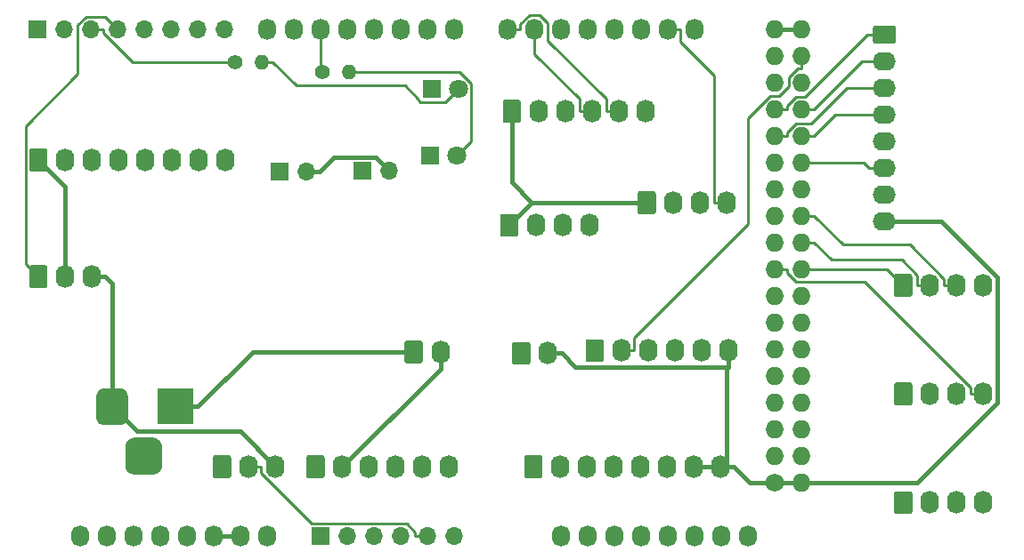
<source format=gbr>
G04 #@! TF.GenerationSoftware,KiCad,Pcbnew,(5.1.5-0-10_14)*
G04 #@! TF.CreationDate,2021-10-24T15:35:04+10:00*
G04 #@! TF.ProjectId,Hornet Forward Output Shield,486f726e-6574-4204-966f-727761726420,rev?*
G04 #@! TF.SameCoordinates,Original*
G04 #@! TF.FileFunction,Copper,L1,Top*
G04 #@! TF.FilePolarity,Positive*
%FSLAX46Y46*%
G04 Gerber Fmt 4.6, Leading zero omitted, Abs format (unit mm)*
G04 Created by KiCad (PCBNEW (5.1.5-0-10_14)) date 2021-10-24 15:35:04*
%MOMM*%
%LPD*%
G04 APERTURE LIST*
%ADD10O,1.740000X2.200000*%
%ADD11C,0.100000*%
%ADD12R,3.500000X3.500000*%
%ADD13O,1.700000X1.700000*%
%ADD14R,1.700000X1.700000*%
%ADD15O,2.200000X1.740000*%
%ADD16C,1.400000*%
%ADD17O,1.400000X1.400000*%
%ADD18C,1.800000*%
%ADD19R,1.800000X1.800000*%
%ADD20C,1.727200*%
%ADD21O,1.727200X1.727200*%
%ADD22O,1.727200X2.032000*%
%ADD23C,0.450000*%
%ADD24C,0.250000*%
G04 APERTURE END LIST*
D10*
X149860000Y-112522000D03*
X147320000Y-112522000D03*
G04 #@! TA.AperFunction,ComponentPad*
D11*
G36*
X145424505Y-111423204D02*
G01*
X145448773Y-111426804D01*
X145472572Y-111432765D01*
X145495671Y-111441030D01*
X145517850Y-111451520D01*
X145538893Y-111464132D01*
X145558599Y-111478747D01*
X145576777Y-111495223D01*
X145593253Y-111513401D01*
X145607868Y-111533107D01*
X145620480Y-111554150D01*
X145630970Y-111576329D01*
X145639235Y-111599428D01*
X145645196Y-111623227D01*
X145648796Y-111647495D01*
X145650000Y-111671999D01*
X145650000Y-113372001D01*
X145648796Y-113396505D01*
X145645196Y-113420773D01*
X145639235Y-113444572D01*
X145630970Y-113467671D01*
X145620480Y-113489850D01*
X145607868Y-113510893D01*
X145593253Y-113530599D01*
X145576777Y-113548777D01*
X145558599Y-113565253D01*
X145538893Y-113579868D01*
X145517850Y-113592480D01*
X145495671Y-113602970D01*
X145472572Y-113611235D01*
X145448773Y-113617196D01*
X145424505Y-113620796D01*
X145400001Y-113622000D01*
X144159999Y-113622000D01*
X144135495Y-113620796D01*
X144111227Y-113617196D01*
X144087428Y-113611235D01*
X144064329Y-113602970D01*
X144042150Y-113592480D01*
X144021107Y-113579868D01*
X144001401Y-113565253D01*
X143983223Y-113548777D01*
X143966747Y-113530599D01*
X143952132Y-113510893D01*
X143939520Y-113489850D01*
X143929030Y-113467671D01*
X143920765Y-113444572D01*
X143914804Y-113420773D01*
X143911204Y-113396505D01*
X143910000Y-113372001D01*
X143910000Y-111671999D01*
X143911204Y-111647495D01*
X143914804Y-111623227D01*
X143920765Y-111599428D01*
X143929030Y-111576329D01*
X143939520Y-111554150D01*
X143952132Y-111533107D01*
X143966747Y-111513401D01*
X143983223Y-111495223D01*
X144001401Y-111478747D01*
X144021107Y-111464132D01*
X144042150Y-111451520D01*
X144064329Y-111441030D01*
X144087428Y-111432765D01*
X144111227Y-111426804D01*
X144135495Y-111423204D01*
X144159999Y-111422000D01*
X145400001Y-111422000D01*
X145424505Y-111423204D01*
G37*
G04 #@! TD.AperFunction*
D10*
X166370000Y-112522000D03*
X163830000Y-112522000D03*
X161290000Y-112522000D03*
X158750000Y-112522000D03*
X156210000Y-112522000D03*
G04 #@! TA.AperFunction,ComponentPad*
D11*
G36*
X154314505Y-111423204D02*
G01*
X154338773Y-111426804D01*
X154362572Y-111432765D01*
X154385671Y-111441030D01*
X154407850Y-111451520D01*
X154428893Y-111464132D01*
X154448599Y-111478747D01*
X154466777Y-111495223D01*
X154483253Y-111513401D01*
X154497868Y-111533107D01*
X154510480Y-111554150D01*
X154520970Y-111576329D01*
X154529235Y-111599428D01*
X154535196Y-111623227D01*
X154538796Y-111647495D01*
X154540000Y-111671999D01*
X154540000Y-113372001D01*
X154538796Y-113396505D01*
X154535196Y-113420773D01*
X154529235Y-113444572D01*
X154520970Y-113467671D01*
X154510480Y-113489850D01*
X154497868Y-113510893D01*
X154483253Y-113530599D01*
X154466777Y-113548777D01*
X154448599Y-113565253D01*
X154428893Y-113579868D01*
X154407850Y-113592480D01*
X154385671Y-113602970D01*
X154362572Y-113611235D01*
X154338773Y-113617196D01*
X154314505Y-113620796D01*
X154290001Y-113622000D01*
X153049999Y-113622000D01*
X153025495Y-113620796D01*
X153001227Y-113617196D01*
X152977428Y-113611235D01*
X152954329Y-113602970D01*
X152932150Y-113592480D01*
X152911107Y-113579868D01*
X152891401Y-113565253D01*
X152873223Y-113548777D01*
X152856747Y-113530599D01*
X152842132Y-113510893D01*
X152829520Y-113489850D01*
X152819030Y-113467671D01*
X152810765Y-113444572D01*
X152804804Y-113420773D01*
X152801204Y-113396505D01*
X152800000Y-113372001D01*
X152800000Y-111671999D01*
X152801204Y-111647495D01*
X152804804Y-111623227D01*
X152810765Y-111599428D01*
X152819030Y-111576329D01*
X152829520Y-111554150D01*
X152842132Y-111533107D01*
X152856747Y-111513401D01*
X152873223Y-111495223D01*
X152891401Y-111478747D01*
X152911107Y-111464132D01*
X152932150Y-111451520D01*
X152954329Y-111441030D01*
X152977428Y-111432765D01*
X153001227Y-111426804D01*
X153025495Y-111423204D01*
X153049999Y-111422000D01*
X154290001Y-111422000D01*
X154314505Y-111423204D01*
G37*
G04 #@! TD.AperFunction*
D10*
X165544000Y-101600000D03*
G04 #@! TA.AperFunction,ComponentPad*
D11*
G36*
X163648505Y-100501204D02*
G01*
X163672773Y-100504804D01*
X163696572Y-100510765D01*
X163719671Y-100519030D01*
X163741850Y-100529520D01*
X163762893Y-100542132D01*
X163782599Y-100556747D01*
X163800777Y-100573223D01*
X163817253Y-100591401D01*
X163831868Y-100611107D01*
X163844480Y-100632150D01*
X163854970Y-100654329D01*
X163863235Y-100677428D01*
X163869196Y-100701227D01*
X163872796Y-100725495D01*
X163874000Y-100749999D01*
X163874000Y-102450001D01*
X163872796Y-102474505D01*
X163869196Y-102498773D01*
X163863235Y-102522572D01*
X163854970Y-102545671D01*
X163844480Y-102567850D01*
X163831868Y-102588893D01*
X163817253Y-102608599D01*
X163800777Y-102626777D01*
X163782599Y-102643253D01*
X163762893Y-102657868D01*
X163741850Y-102670480D01*
X163719671Y-102680970D01*
X163696572Y-102689235D01*
X163672773Y-102695196D01*
X163648505Y-102698796D01*
X163624001Y-102700000D01*
X162383999Y-102700000D01*
X162359495Y-102698796D01*
X162335227Y-102695196D01*
X162311428Y-102689235D01*
X162288329Y-102680970D01*
X162266150Y-102670480D01*
X162245107Y-102657868D01*
X162225401Y-102643253D01*
X162207223Y-102626777D01*
X162190747Y-102608599D01*
X162176132Y-102588893D01*
X162163520Y-102567850D01*
X162153030Y-102545671D01*
X162144765Y-102522572D01*
X162138804Y-102498773D01*
X162135204Y-102474505D01*
X162134000Y-102450001D01*
X162134000Y-100749999D01*
X162135204Y-100725495D01*
X162138804Y-100701227D01*
X162144765Y-100677428D01*
X162153030Y-100654329D01*
X162163520Y-100632150D01*
X162176132Y-100611107D01*
X162190747Y-100591401D01*
X162207223Y-100573223D01*
X162225401Y-100556747D01*
X162245107Y-100542132D01*
X162266150Y-100529520D01*
X162288329Y-100519030D01*
X162311428Y-100510765D01*
X162335227Y-100504804D01*
X162359495Y-100501204D01*
X162383999Y-100500000D01*
X163624001Y-100500000D01*
X163648505Y-100501204D01*
G37*
G04 #@! TD.AperFunction*
D10*
X145098000Y-83312000D03*
X142558000Y-83312000D03*
X140018000Y-83312000D03*
X137478000Y-83312000D03*
X134938000Y-83312000D03*
X132398000Y-83312000D03*
X129858000Y-83312000D03*
G04 #@! TA.AperFunction,ComponentPad*
D11*
G36*
X127962505Y-82213204D02*
G01*
X127986773Y-82216804D01*
X128010572Y-82222765D01*
X128033671Y-82231030D01*
X128055850Y-82241520D01*
X128076893Y-82254132D01*
X128096599Y-82268747D01*
X128114777Y-82285223D01*
X128131253Y-82303401D01*
X128145868Y-82323107D01*
X128158480Y-82344150D01*
X128168970Y-82366329D01*
X128177235Y-82389428D01*
X128183196Y-82413227D01*
X128186796Y-82437495D01*
X128188000Y-82461999D01*
X128188000Y-84162001D01*
X128186796Y-84186505D01*
X128183196Y-84210773D01*
X128177235Y-84234572D01*
X128168970Y-84257671D01*
X128158480Y-84279850D01*
X128145868Y-84300893D01*
X128131253Y-84320599D01*
X128114777Y-84338777D01*
X128096599Y-84355253D01*
X128076893Y-84369868D01*
X128055850Y-84382480D01*
X128033671Y-84392970D01*
X128010572Y-84401235D01*
X127986773Y-84407196D01*
X127962505Y-84410796D01*
X127938001Y-84412000D01*
X126697999Y-84412000D01*
X126673495Y-84410796D01*
X126649227Y-84407196D01*
X126625428Y-84401235D01*
X126602329Y-84392970D01*
X126580150Y-84382480D01*
X126559107Y-84369868D01*
X126539401Y-84355253D01*
X126521223Y-84338777D01*
X126504747Y-84320599D01*
X126490132Y-84300893D01*
X126477520Y-84279850D01*
X126467030Y-84257671D01*
X126458765Y-84234572D01*
X126452804Y-84210773D01*
X126449204Y-84186505D01*
X126448000Y-84162001D01*
X126448000Y-82461999D01*
X126449204Y-82437495D01*
X126452804Y-82413227D01*
X126458765Y-82389428D01*
X126467030Y-82366329D01*
X126477520Y-82344150D01*
X126490132Y-82323107D01*
X126504747Y-82303401D01*
X126521223Y-82285223D01*
X126539401Y-82268747D01*
X126559107Y-82254132D01*
X126580150Y-82241520D01*
X126602329Y-82231030D01*
X126625428Y-82222765D01*
X126649227Y-82216804D01*
X126673495Y-82213204D01*
X126697999Y-82212000D01*
X127938001Y-82212000D01*
X127962505Y-82213204D01*
G37*
G04 #@! TD.AperFunction*
G04 #@! TA.AperFunction,ComponentPad*
G36*
X138295765Y-109761213D02*
G01*
X138380704Y-109773813D01*
X138463999Y-109794677D01*
X138544848Y-109823605D01*
X138622472Y-109860319D01*
X138696124Y-109904464D01*
X138765094Y-109955616D01*
X138828718Y-110013282D01*
X138886384Y-110076906D01*
X138937536Y-110145876D01*
X138981681Y-110219528D01*
X139018395Y-110297152D01*
X139047323Y-110378001D01*
X139068187Y-110461296D01*
X139080787Y-110546235D01*
X139085000Y-110632000D01*
X139085000Y-112382000D01*
X139080787Y-112467765D01*
X139068187Y-112552704D01*
X139047323Y-112635999D01*
X139018395Y-112716848D01*
X138981681Y-112794472D01*
X138937536Y-112868124D01*
X138886384Y-112937094D01*
X138828718Y-113000718D01*
X138765094Y-113058384D01*
X138696124Y-113109536D01*
X138622472Y-113153681D01*
X138544848Y-113190395D01*
X138463999Y-113219323D01*
X138380704Y-113240187D01*
X138295765Y-113252787D01*
X138210000Y-113257000D01*
X136460000Y-113257000D01*
X136374235Y-113252787D01*
X136289296Y-113240187D01*
X136206001Y-113219323D01*
X136125152Y-113190395D01*
X136047528Y-113153681D01*
X135973876Y-113109536D01*
X135904906Y-113058384D01*
X135841282Y-113000718D01*
X135783616Y-112937094D01*
X135732464Y-112868124D01*
X135688319Y-112794472D01*
X135651605Y-112716848D01*
X135622677Y-112635999D01*
X135601813Y-112552704D01*
X135589213Y-112467765D01*
X135585000Y-112382000D01*
X135585000Y-110632000D01*
X135589213Y-110546235D01*
X135601813Y-110461296D01*
X135622677Y-110378001D01*
X135651605Y-110297152D01*
X135688319Y-110219528D01*
X135732464Y-110145876D01*
X135783616Y-110076906D01*
X135841282Y-110013282D01*
X135904906Y-109955616D01*
X135973876Y-109904464D01*
X136047528Y-109860319D01*
X136125152Y-109823605D01*
X136206001Y-109794677D01*
X136289296Y-109773813D01*
X136374235Y-109761213D01*
X136460000Y-109757000D01*
X138210000Y-109757000D01*
X138295765Y-109761213D01*
G37*
G04 #@! TD.AperFunction*
G04 #@! TA.AperFunction,ComponentPad*
G36*
X135158513Y-105060611D02*
G01*
X135231318Y-105071411D01*
X135302714Y-105089295D01*
X135372013Y-105114090D01*
X135438548Y-105145559D01*
X135501678Y-105183398D01*
X135560795Y-105227242D01*
X135615330Y-105276670D01*
X135664758Y-105331205D01*
X135708602Y-105390322D01*
X135746441Y-105453452D01*
X135777910Y-105519987D01*
X135802705Y-105589286D01*
X135820589Y-105660682D01*
X135831389Y-105733487D01*
X135835000Y-105807000D01*
X135835000Y-107807000D01*
X135831389Y-107880513D01*
X135820589Y-107953318D01*
X135802705Y-108024714D01*
X135777910Y-108094013D01*
X135746441Y-108160548D01*
X135708602Y-108223678D01*
X135664758Y-108282795D01*
X135615330Y-108337330D01*
X135560795Y-108386758D01*
X135501678Y-108430602D01*
X135438548Y-108468441D01*
X135372013Y-108499910D01*
X135302714Y-108524705D01*
X135231318Y-108542589D01*
X135158513Y-108553389D01*
X135085000Y-108557000D01*
X133585000Y-108557000D01*
X133511487Y-108553389D01*
X133438682Y-108542589D01*
X133367286Y-108524705D01*
X133297987Y-108499910D01*
X133231452Y-108468441D01*
X133168322Y-108430602D01*
X133109205Y-108386758D01*
X133054670Y-108337330D01*
X133005242Y-108282795D01*
X132961398Y-108223678D01*
X132923559Y-108160548D01*
X132892090Y-108094013D01*
X132867295Y-108024714D01*
X132849411Y-107953318D01*
X132838611Y-107880513D01*
X132835000Y-107807000D01*
X132835000Y-105807000D01*
X132838611Y-105733487D01*
X132849411Y-105660682D01*
X132867295Y-105589286D01*
X132892090Y-105519987D01*
X132923559Y-105453452D01*
X132961398Y-105390322D01*
X133005242Y-105331205D01*
X133054670Y-105276670D01*
X133109205Y-105227242D01*
X133168322Y-105183398D01*
X133231452Y-105145559D01*
X133297987Y-105114090D01*
X133367286Y-105089295D01*
X133438682Y-105071411D01*
X133511487Y-105060611D01*
X133585000Y-105057000D01*
X135085000Y-105057000D01*
X135158513Y-105060611D01*
G37*
G04 #@! TD.AperFunction*
D12*
X140335000Y-106807000D03*
D13*
X152781000Y-84455000D03*
D14*
X150241000Y-84455000D03*
D13*
X160655000Y-84328000D03*
D14*
X158115000Y-84328000D03*
D10*
X179705000Y-89535000D03*
X177165000Y-89535000D03*
X174625000Y-89535000D03*
G04 #@! TA.AperFunction,ComponentPad*
D11*
G36*
X172729505Y-88436204D02*
G01*
X172753773Y-88439804D01*
X172777572Y-88445765D01*
X172800671Y-88454030D01*
X172822850Y-88464520D01*
X172843893Y-88477132D01*
X172863599Y-88491747D01*
X172881777Y-88508223D01*
X172898253Y-88526401D01*
X172912868Y-88546107D01*
X172925480Y-88567150D01*
X172935970Y-88589329D01*
X172944235Y-88612428D01*
X172950196Y-88636227D01*
X172953796Y-88660495D01*
X172955000Y-88684999D01*
X172955000Y-90385001D01*
X172953796Y-90409505D01*
X172950196Y-90433773D01*
X172944235Y-90457572D01*
X172935970Y-90480671D01*
X172925480Y-90502850D01*
X172912868Y-90523893D01*
X172898253Y-90543599D01*
X172881777Y-90561777D01*
X172863599Y-90578253D01*
X172843893Y-90592868D01*
X172822850Y-90605480D01*
X172800671Y-90615970D01*
X172777572Y-90624235D01*
X172753773Y-90630196D01*
X172729505Y-90633796D01*
X172705001Y-90635000D01*
X171464999Y-90635000D01*
X171440495Y-90633796D01*
X171416227Y-90630196D01*
X171392428Y-90624235D01*
X171369329Y-90615970D01*
X171347150Y-90605480D01*
X171326107Y-90592868D01*
X171306401Y-90578253D01*
X171288223Y-90561777D01*
X171271747Y-90543599D01*
X171257132Y-90523893D01*
X171244520Y-90502850D01*
X171234030Y-90480671D01*
X171225765Y-90457572D01*
X171219804Y-90433773D01*
X171216204Y-90409505D01*
X171215000Y-90385001D01*
X171215000Y-88684999D01*
X171216204Y-88660495D01*
X171219804Y-88636227D01*
X171225765Y-88612428D01*
X171234030Y-88589329D01*
X171244520Y-88567150D01*
X171257132Y-88546107D01*
X171271747Y-88526401D01*
X171288223Y-88508223D01*
X171306401Y-88491747D01*
X171326107Y-88477132D01*
X171347150Y-88464520D01*
X171369329Y-88454030D01*
X171392428Y-88445765D01*
X171416227Y-88439804D01*
X171440495Y-88436204D01*
X171464999Y-88435000D01*
X172705001Y-88435000D01*
X172729505Y-88436204D01*
G37*
G04 #@! TD.AperFunction*
D10*
X192786000Y-87376000D03*
X190246000Y-87376000D03*
X187706000Y-87376000D03*
G04 #@! TA.AperFunction,ComponentPad*
D11*
G36*
X185810505Y-86277204D02*
G01*
X185834773Y-86280804D01*
X185858572Y-86286765D01*
X185881671Y-86295030D01*
X185903850Y-86305520D01*
X185924893Y-86318132D01*
X185944599Y-86332747D01*
X185962777Y-86349223D01*
X185979253Y-86367401D01*
X185993868Y-86387107D01*
X186006480Y-86408150D01*
X186016970Y-86430329D01*
X186025235Y-86453428D01*
X186031196Y-86477227D01*
X186034796Y-86501495D01*
X186036000Y-86525999D01*
X186036000Y-88226001D01*
X186034796Y-88250505D01*
X186031196Y-88274773D01*
X186025235Y-88298572D01*
X186016970Y-88321671D01*
X186006480Y-88343850D01*
X185993868Y-88364893D01*
X185979253Y-88384599D01*
X185962777Y-88402777D01*
X185944599Y-88419253D01*
X185924893Y-88433868D01*
X185903850Y-88446480D01*
X185881671Y-88456970D01*
X185858572Y-88465235D01*
X185834773Y-88471196D01*
X185810505Y-88474796D01*
X185786001Y-88476000D01*
X184545999Y-88476000D01*
X184521495Y-88474796D01*
X184497227Y-88471196D01*
X184473428Y-88465235D01*
X184450329Y-88456970D01*
X184428150Y-88446480D01*
X184407107Y-88433868D01*
X184387401Y-88419253D01*
X184369223Y-88402777D01*
X184352747Y-88384599D01*
X184338132Y-88364893D01*
X184325520Y-88343850D01*
X184315030Y-88321671D01*
X184306765Y-88298572D01*
X184300804Y-88274773D01*
X184297204Y-88250505D01*
X184296000Y-88226001D01*
X184296000Y-86525999D01*
X184297204Y-86501495D01*
X184300804Y-86477227D01*
X184306765Y-86453428D01*
X184315030Y-86430329D01*
X184325520Y-86408150D01*
X184338132Y-86387107D01*
X184352747Y-86367401D01*
X184369223Y-86349223D01*
X184387401Y-86332747D01*
X184407107Y-86318132D01*
X184428150Y-86305520D01*
X184450329Y-86295030D01*
X184473428Y-86286765D01*
X184497227Y-86280804D01*
X184521495Y-86277204D01*
X184545999Y-86276000D01*
X185786001Y-86276000D01*
X185810505Y-86277204D01*
G37*
G04 #@! TD.AperFunction*
D10*
X192151000Y-112522000D03*
X189611000Y-112522000D03*
X187071000Y-112522000D03*
X184531000Y-112522000D03*
X181991000Y-112522000D03*
X179451000Y-112522000D03*
X176911000Y-112522000D03*
G04 #@! TA.AperFunction,ComponentPad*
D11*
G36*
X175015505Y-111423204D02*
G01*
X175039773Y-111426804D01*
X175063572Y-111432765D01*
X175086671Y-111441030D01*
X175108850Y-111451520D01*
X175129893Y-111464132D01*
X175149599Y-111478747D01*
X175167777Y-111495223D01*
X175184253Y-111513401D01*
X175198868Y-111533107D01*
X175211480Y-111554150D01*
X175221970Y-111576329D01*
X175230235Y-111599428D01*
X175236196Y-111623227D01*
X175239796Y-111647495D01*
X175241000Y-111671999D01*
X175241000Y-113372001D01*
X175239796Y-113396505D01*
X175236196Y-113420773D01*
X175230235Y-113444572D01*
X175221970Y-113467671D01*
X175211480Y-113489850D01*
X175198868Y-113510893D01*
X175184253Y-113530599D01*
X175167777Y-113548777D01*
X175149599Y-113565253D01*
X175129893Y-113579868D01*
X175108850Y-113592480D01*
X175086671Y-113602970D01*
X175063572Y-113611235D01*
X175039773Y-113617196D01*
X175015505Y-113620796D01*
X174991001Y-113622000D01*
X173750999Y-113622000D01*
X173726495Y-113620796D01*
X173702227Y-113617196D01*
X173678428Y-113611235D01*
X173655329Y-113602970D01*
X173633150Y-113592480D01*
X173612107Y-113579868D01*
X173592401Y-113565253D01*
X173574223Y-113548777D01*
X173557747Y-113530599D01*
X173543132Y-113510893D01*
X173530520Y-113489850D01*
X173520030Y-113467671D01*
X173511765Y-113444572D01*
X173505804Y-113420773D01*
X173502204Y-113396505D01*
X173501000Y-113372001D01*
X173501000Y-111671999D01*
X173502204Y-111647495D01*
X173505804Y-111623227D01*
X173511765Y-111599428D01*
X173520030Y-111576329D01*
X173530520Y-111554150D01*
X173543132Y-111533107D01*
X173557747Y-111513401D01*
X173574223Y-111495223D01*
X173592401Y-111478747D01*
X173612107Y-111464132D01*
X173633150Y-111451520D01*
X173655329Y-111441030D01*
X173678428Y-111432765D01*
X173702227Y-111426804D01*
X173726495Y-111423204D01*
X173750999Y-111422000D01*
X174991001Y-111422000D01*
X175015505Y-111423204D01*
G37*
G04 #@! TD.AperFunction*
D10*
X217170000Y-105600000D03*
X214630000Y-105600000D03*
X212090000Y-105600000D03*
G04 #@! TA.AperFunction,ComponentPad*
D11*
G36*
X210194505Y-104501204D02*
G01*
X210218773Y-104504804D01*
X210242572Y-104510765D01*
X210265671Y-104519030D01*
X210287850Y-104529520D01*
X210308893Y-104542132D01*
X210328599Y-104556747D01*
X210346777Y-104573223D01*
X210363253Y-104591401D01*
X210377868Y-104611107D01*
X210390480Y-104632150D01*
X210400970Y-104654329D01*
X210409235Y-104677428D01*
X210415196Y-104701227D01*
X210418796Y-104725495D01*
X210420000Y-104749999D01*
X210420000Y-106450001D01*
X210418796Y-106474505D01*
X210415196Y-106498773D01*
X210409235Y-106522572D01*
X210400970Y-106545671D01*
X210390480Y-106567850D01*
X210377868Y-106588893D01*
X210363253Y-106608599D01*
X210346777Y-106626777D01*
X210328599Y-106643253D01*
X210308893Y-106657868D01*
X210287850Y-106670480D01*
X210265671Y-106680970D01*
X210242572Y-106689235D01*
X210218773Y-106695196D01*
X210194505Y-106698796D01*
X210170001Y-106700000D01*
X208929999Y-106700000D01*
X208905495Y-106698796D01*
X208881227Y-106695196D01*
X208857428Y-106689235D01*
X208834329Y-106680970D01*
X208812150Y-106670480D01*
X208791107Y-106657868D01*
X208771401Y-106643253D01*
X208753223Y-106626777D01*
X208736747Y-106608599D01*
X208722132Y-106588893D01*
X208709520Y-106567850D01*
X208699030Y-106545671D01*
X208690765Y-106522572D01*
X208684804Y-106498773D01*
X208681204Y-106474505D01*
X208680000Y-106450001D01*
X208680000Y-104749999D01*
X208681204Y-104725495D01*
X208684804Y-104701227D01*
X208690765Y-104677428D01*
X208699030Y-104654329D01*
X208709520Y-104632150D01*
X208722132Y-104611107D01*
X208736747Y-104591401D01*
X208753223Y-104573223D01*
X208771401Y-104556747D01*
X208791107Y-104542132D01*
X208812150Y-104529520D01*
X208834329Y-104519030D01*
X208857428Y-104510765D01*
X208881227Y-104504804D01*
X208905495Y-104501204D01*
X208929999Y-104500000D01*
X210170001Y-104500000D01*
X210194505Y-104501204D01*
G37*
G04 #@! TD.AperFunction*
D10*
X217170000Y-115951000D03*
X214630000Y-115951000D03*
X212090000Y-115951000D03*
G04 #@! TA.AperFunction,ComponentPad*
D11*
G36*
X210194505Y-114852204D02*
G01*
X210218773Y-114855804D01*
X210242572Y-114861765D01*
X210265671Y-114870030D01*
X210287850Y-114880520D01*
X210308893Y-114893132D01*
X210328599Y-114907747D01*
X210346777Y-114924223D01*
X210363253Y-114942401D01*
X210377868Y-114962107D01*
X210390480Y-114983150D01*
X210400970Y-115005329D01*
X210409235Y-115028428D01*
X210415196Y-115052227D01*
X210418796Y-115076495D01*
X210420000Y-115100999D01*
X210420000Y-116801001D01*
X210418796Y-116825505D01*
X210415196Y-116849773D01*
X210409235Y-116873572D01*
X210400970Y-116896671D01*
X210390480Y-116918850D01*
X210377868Y-116939893D01*
X210363253Y-116959599D01*
X210346777Y-116977777D01*
X210328599Y-116994253D01*
X210308893Y-117008868D01*
X210287850Y-117021480D01*
X210265671Y-117031970D01*
X210242572Y-117040235D01*
X210218773Y-117046196D01*
X210194505Y-117049796D01*
X210170001Y-117051000D01*
X208929999Y-117051000D01*
X208905495Y-117049796D01*
X208881227Y-117046196D01*
X208857428Y-117040235D01*
X208834329Y-117031970D01*
X208812150Y-117021480D01*
X208791107Y-117008868D01*
X208771401Y-116994253D01*
X208753223Y-116977777D01*
X208736747Y-116959599D01*
X208722132Y-116939893D01*
X208709520Y-116918850D01*
X208699030Y-116896671D01*
X208690765Y-116873572D01*
X208684804Y-116849773D01*
X208681204Y-116825505D01*
X208680000Y-116801001D01*
X208680000Y-115100999D01*
X208681204Y-115076495D01*
X208684804Y-115052227D01*
X208690765Y-115028428D01*
X208699030Y-115005329D01*
X208709520Y-114983150D01*
X208722132Y-114962107D01*
X208736747Y-114942401D01*
X208753223Y-114924223D01*
X208771401Y-114907747D01*
X208791107Y-114893132D01*
X208812150Y-114880520D01*
X208834329Y-114870030D01*
X208857428Y-114861765D01*
X208881227Y-114855804D01*
X208905495Y-114852204D01*
X208929999Y-114851000D01*
X210170001Y-114851000D01*
X210194505Y-114852204D01*
G37*
G04 #@! TD.AperFunction*
D15*
X207772000Y-89154000D03*
X207772000Y-86614000D03*
X207772000Y-84074000D03*
X207772000Y-81534000D03*
X207772000Y-78994000D03*
X207772000Y-76454000D03*
X207772000Y-73914000D03*
G04 #@! TA.AperFunction,ComponentPad*
D11*
G36*
X208646505Y-70505204D02*
G01*
X208670773Y-70508804D01*
X208694572Y-70514765D01*
X208717671Y-70523030D01*
X208739850Y-70533520D01*
X208760893Y-70546132D01*
X208780599Y-70560747D01*
X208798777Y-70577223D01*
X208815253Y-70595401D01*
X208829868Y-70615107D01*
X208842480Y-70636150D01*
X208852970Y-70658329D01*
X208861235Y-70681428D01*
X208867196Y-70705227D01*
X208870796Y-70729495D01*
X208872000Y-70753999D01*
X208872000Y-71994001D01*
X208870796Y-72018505D01*
X208867196Y-72042773D01*
X208861235Y-72066572D01*
X208852970Y-72089671D01*
X208842480Y-72111850D01*
X208829868Y-72132893D01*
X208815253Y-72152599D01*
X208798777Y-72170777D01*
X208780599Y-72187253D01*
X208760893Y-72201868D01*
X208739850Y-72214480D01*
X208717671Y-72224970D01*
X208694572Y-72233235D01*
X208670773Y-72239196D01*
X208646505Y-72242796D01*
X208622001Y-72244000D01*
X206921999Y-72244000D01*
X206897495Y-72242796D01*
X206873227Y-72239196D01*
X206849428Y-72233235D01*
X206826329Y-72224970D01*
X206804150Y-72214480D01*
X206783107Y-72201868D01*
X206763401Y-72187253D01*
X206745223Y-72170777D01*
X206728747Y-72152599D01*
X206714132Y-72132893D01*
X206701520Y-72111850D01*
X206691030Y-72089671D01*
X206682765Y-72066572D01*
X206676804Y-72042773D01*
X206673204Y-72018505D01*
X206672000Y-71994001D01*
X206672000Y-70753999D01*
X206673204Y-70729495D01*
X206676804Y-70705227D01*
X206682765Y-70681428D01*
X206691030Y-70658329D01*
X206701520Y-70636150D01*
X206714132Y-70615107D01*
X206728747Y-70595401D01*
X206745223Y-70577223D01*
X206763401Y-70560747D01*
X206783107Y-70546132D01*
X206804150Y-70533520D01*
X206826329Y-70523030D01*
X206849428Y-70514765D01*
X206873227Y-70508804D01*
X206897495Y-70505204D01*
X206921999Y-70504000D01*
X208622001Y-70504000D01*
X208646505Y-70505204D01*
G37*
G04 #@! TD.AperFunction*
D10*
X217170000Y-95250000D03*
X214630000Y-95250000D03*
X212090000Y-95250000D03*
G04 #@! TA.AperFunction,ComponentPad*
D11*
G36*
X210194505Y-94151204D02*
G01*
X210218773Y-94154804D01*
X210242572Y-94160765D01*
X210265671Y-94169030D01*
X210287850Y-94179520D01*
X210308893Y-94192132D01*
X210328599Y-94206747D01*
X210346777Y-94223223D01*
X210363253Y-94241401D01*
X210377868Y-94261107D01*
X210390480Y-94282150D01*
X210400970Y-94304329D01*
X210409235Y-94327428D01*
X210415196Y-94351227D01*
X210418796Y-94375495D01*
X210420000Y-94399999D01*
X210420000Y-96100001D01*
X210418796Y-96124505D01*
X210415196Y-96148773D01*
X210409235Y-96172572D01*
X210400970Y-96195671D01*
X210390480Y-96217850D01*
X210377868Y-96238893D01*
X210363253Y-96258599D01*
X210346777Y-96276777D01*
X210328599Y-96293253D01*
X210308893Y-96307868D01*
X210287850Y-96320480D01*
X210265671Y-96330970D01*
X210242572Y-96339235D01*
X210218773Y-96345196D01*
X210194505Y-96348796D01*
X210170001Y-96350000D01*
X208929999Y-96350000D01*
X208905495Y-96348796D01*
X208881227Y-96345196D01*
X208857428Y-96339235D01*
X208834329Y-96330970D01*
X208812150Y-96320480D01*
X208791107Y-96307868D01*
X208771401Y-96293253D01*
X208753223Y-96276777D01*
X208736747Y-96258599D01*
X208722132Y-96238893D01*
X208709520Y-96217850D01*
X208699030Y-96195671D01*
X208690765Y-96172572D01*
X208684804Y-96148773D01*
X208681204Y-96124505D01*
X208680000Y-96100001D01*
X208680000Y-94399999D01*
X208681204Y-94375495D01*
X208684804Y-94351227D01*
X208690765Y-94327428D01*
X208699030Y-94304329D01*
X208709520Y-94282150D01*
X208722132Y-94261107D01*
X208736747Y-94241401D01*
X208753223Y-94223223D01*
X208771401Y-94206747D01*
X208791107Y-94192132D01*
X208812150Y-94179520D01*
X208834329Y-94169030D01*
X208857428Y-94160765D01*
X208881227Y-94154804D01*
X208905495Y-94151204D01*
X208929999Y-94150000D01*
X210170001Y-94150000D01*
X210194505Y-94151204D01*
G37*
G04 #@! TD.AperFunction*
D10*
X192913000Y-101473000D03*
X190373000Y-101473000D03*
X187833000Y-101473000D03*
X185293000Y-101473000D03*
X182753000Y-101473000D03*
G04 #@! TA.AperFunction,ComponentPad*
D11*
G36*
X180857505Y-100374204D02*
G01*
X180881773Y-100377804D01*
X180905572Y-100383765D01*
X180928671Y-100392030D01*
X180950850Y-100402520D01*
X180971893Y-100415132D01*
X180991599Y-100429747D01*
X181009777Y-100446223D01*
X181026253Y-100464401D01*
X181040868Y-100484107D01*
X181053480Y-100505150D01*
X181063970Y-100527329D01*
X181072235Y-100550428D01*
X181078196Y-100574227D01*
X181081796Y-100598495D01*
X181083000Y-100622999D01*
X181083000Y-102323001D01*
X181081796Y-102347505D01*
X181078196Y-102371773D01*
X181072235Y-102395572D01*
X181063970Y-102418671D01*
X181053480Y-102440850D01*
X181040868Y-102461893D01*
X181026253Y-102481599D01*
X181009777Y-102499777D01*
X180991599Y-102516253D01*
X180971893Y-102530868D01*
X180950850Y-102543480D01*
X180928671Y-102553970D01*
X180905572Y-102562235D01*
X180881773Y-102568196D01*
X180857505Y-102571796D01*
X180833001Y-102573000D01*
X179592999Y-102573000D01*
X179568495Y-102571796D01*
X179544227Y-102568196D01*
X179520428Y-102562235D01*
X179497329Y-102553970D01*
X179475150Y-102543480D01*
X179454107Y-102530868D01*
X179434401Y-102516253D01*
X179416223Y-102499777D01*
X179399747Y-102481599D01*
X179385132Y-102461893D01*
X179372520Y-102440850D01*
X179362030Y-102418671D01*
X179353765Y-102395572D01*
X179347804Y-102371773D01*
X179344204Y-102347505D01*
X179343000Y-102323001D01*
X179343000Y-100622999D01*
X179344204Y-100598495D01*
X179347804Y-100574227D01*
X179353765Y-100550428D01*
X179362030Y-100527329D01*
X179372520Y-100505150D01*
X179385132Y-100484107D01*
X179399747Y-100464401D01*
X179416223Y-100446223D01*
X179434401Y-100429747D01*
X179454107Y-100415132D01*
X179475150Y-100402520D01*
X179497329Y-100392030D01*
X179520428Y-100383765D01*
X179544227Y-100377804D01*
X179568495Y-100374204D01*
X179592999Y-100373000D01*
X180833001Y-100373000D01*
X180857505Y-100374204D01*
G37*
G04 #@! TD.AperFunction*
D10*
X132398000Y-94424500D03*
X129858000Y-94424500D03*
G04 #@! TA.AperFunction,ComponentPad*
D11*
G36*
X127962505Y-93325704D02*
G01*
X127986773Y-93329304D01*
X128010572Y-93335265D01*
X128033671Y-93343530D01*
X128055850Y-93354020D01*
X128076893Y-93366632D01*
X128096599Y-93381247D01*
X128114777Y-93397723D01*
X128131253Y-93415901D01*
X128145868Y-93435607D01*
X128158480Y-93456650D01*
X128168970Y-93478829D01*
X128177235Y-93501928D01*
X128183196Y-93525727D01*
X128186796Y-93549995D01*
X128188000Y-93574499D01*
X128188000Y-95274501D01*
X128186796Y-95299005D01*
X128183196Y-95323273D01*
X128177235Y-95347072D01*
X128168970Y-95370171D01*
X128158480Y-95392350D01*
X128145868Y-95413393D01*
X128131253Y-95433099D01*
X128114777Y-95451277D01*
X128096599Y-95467753D01*
X128076893Y-95482368D01*
X128055850Y-95494980D01*
X128033671Y-95505470D01*
X128010572Y-95513735D01*
X127986773Y-95519696D01*
X127962505Y-95523296D01*
X127938001Y-95524500D01*
X126697999Y-95524500D01*
X126673495Y-95523296D01*
X126649227Y-95519696D01*
X126625428Y-95513735D01*
X126602329Y-95505470D01*
X126580150Y-95494980D01*
X126559107Y-95482368D01*
X126539401Y-95467753D01*
X126521223Y-95451277D01*
X126504747Y-95433099D01*
X126490132Y-95413393D01*
X126477520Y-95392350D01*
X126467030Y-95370171D01*
X126458765Y-95347072D01*
X126452804Y-95323273D01*
X126449204Y-95299005D01*
X126448000Y-95274501D01*
X126448000Y-93574499D01*
X126449204Y-93549995D01*
X126452804Y-93525727D01*
X126458765Y-93501928D01*
X126467030Y-93478829D01*
X126477520Y-93456650D01*
X126490132Y-93435607D01*
X126504747Y-93415901D01*
X126521223Y-93397723D01*
X126539401Y-93381247D01*
X126559107Y-93366632D01*
X126580150Y-93354020D01*
X126602329Y-93343530D01*
X126625428Y-93335265D01*
X126649227Y-93329304D01*
X126673495Y-93325704D01*
X126697999Y-93324500D01*
X127938001Y-93324500D01*
X127962505Y-93325704D01*
G37*
G04 #@! TD.AperFunction*
D16*
X154305000Y-74930000D03*
D17*
X156845000Y-74930000D03*
D16*
X146050000Y-73977500D03*
D17*
X148590000Y-73977500D03*
D10*
X185039000Y-78676500D03*
X182499000Y-78676500D03*
X179959000Y-78676500D03*
X177419000Y-78676500D03*
X174879000Y-78676500D03*
G04 #@! TA.AperFunction,ComponentPad*
D11*
G36*
X172983505Y-77577704D02*
G01*
X173007773Y-77581304D01*
X173031572Y-77587265D01*
X173054671Y-77595530D01*
X173076850Y-77606020D01*
X173097893Y-77618632D01*
X173117599Y-77633247D01*
X173135777Y-77649723D01*
X173152253Y-77667901D01*
X173166868Y-77687607D01*
X173179480Y-77708650D01*
X173189970Y-77730829D01*
X173198235Y-77753928D01*
X173204196Y-77777727D01*
X173207796Y-77801995D01*
X173209000Y-77826499D01*
X173209000Y-79526501D01*
X173207796Y-79551005D01*
X173204196Y-79575273D01*
X173198235Y-79599072D01*
X173189970Y-79622171D01*
X173179480Y-79644350D01*
X173166868Y-79665393D01*
X173152253Y-79685099D01*
X173135777Y-79703277D01*
X173117599Y-79719753D01*
X173097893Y-79734368D01*
X173076850Y-79746980D01*
X173054671Y-79757470D01*
X173031572Y-79765735D01*
X173007773Y-79771696D01*
X172983505Y-79775296D01*
X172959001Y-79776500D01*
X171718999Y-79776500D01*
X171694495Y-79775296D01*
X171670227Y-79771696D01*
X171646428Y-79765735D01*
X171623329Y-79757470D01*
X171601150Y-79746980D01*
X171580107Y-79734368D01*
X171560401Y-79719753D01*
X171542223Y-79703277D01*
X171525747Y-79685099D01*
X171511132Y-79665393D01*
X171498520Y-79644350D01*
X171488030Y-79622171D01*
X171479765Y-79599072D01*
X171473804Y-79575273D01*
X171470204Y-79551005D01*
X171469000Y-79526501D01*
X171469000Y-77826499D01*
X171470204Y-77801995D01*
X171473804Y-77777727D01*
X171479765Y-77753928D01*
X171488030Y-77730829D01*
X171498520Y-77708650D01*
X171511132Y-77687607D01*
X171525747Y-77667901D01*
X171542223Y-77649723D01*
X171560401Y-77633247D01*
X171580107Y-77618632D01*
X171601150Y-77606020D01*
X171623329Y-77595530D01*
X171646428Y-77587265D01*
X171670227Y-77581304D01*
X171694495Y-77577704D01*
X171718999Y-77576500D01*
X172959001Y-77576500D01*
X172983505Y-77577704D01*
G37*
G04 #@! TD.AperFunction*
D10*
X175768000Y-101727000D03*
G04 #@! TA.AperFunction,ComponentPad*
D11*
G36*
X173872505Y-100628204D02*
G01*
X173896773Y-100631804D01*
X173920572Y-100637765D01*
X173943671Y-100646030D01*
X173965850Y-100656520D01*
X173986893Y-100669132D01*
X174006599Y-100683747D01*
X174024777Y-100700223D01*
X174041253Y-100718401D01*
X174055868Y-100738107D01*
X174068480Y-100759150D01*
X174078970Y-100781329D01*
X174087235Y-100804428D01*
X174093196Y-100828227D01*
X174096796Y-100852495D01*
X174098000Y-100876999D01*
X174098000Y-102577001D01*
X174096796Y-102601505D01*
X174093196Y-102625773D01*
X174087235Y-102649572D01*
X174078970Y-102672671D01*
X174068480Y-102694850D01*
X174055868Y-102715893D01*
X174041253Y-102735599D01*
X174024777Y-102753777D01*
X174006599Y-102770253D01*
X173986893Y-102784868D01*
X173965850Y-102797480D01*
X173943671Y-102807970D01*
X173920572Y-102816235D01*
X173896773Y-102822196D01*
X173872505Y-102825796D01*
X173848001Y-102827000D01*
X172607999Y-102827000D01*
X172583495Y-102825796D01*
X172559227Y-102822196D01*
X172535428Y-102816235D01*
X172512329Y-102807970D01*
X172490150Y-102797480D01*
X172469107Y-102784868D01*
X172449401Y-102770253D01*
X172431223Y-102753777D01*
X172414747Y-102735599D01*
X172400132Y-102715893D01*
X172387520Y-102694850D01*
X172377030Y-102672671D01*
X172368765Y-102649572D01*
X172362804Y-102625773D01*
X172359204Y-102601505D01*
X172358000Y-102577001D01*
X172358000Y-100876999D01*
X172359204Y-100852495D01*
X172362804Y-100828227D01*
X172368765Y-100804428D01*
X172377030Y-100781329D01*
X172387520Y-100759150D01*
X172400132Y-100738107D01*
X172414747Y-100718401D01*
X172431223Y-100700223D01*
X172449401Y-100683747D01*
X172469107Y-100669132D01*
X172490150Y-100656520D01*
X172512329Y-100646030D01*
X172535428Y-100637765D01*
X172559227Y-100631804D01*
X172583495Y-100628204D01*
X172607999Y-100627000D01*
X173848001Y-100627000D01*
X173872505Y-100628204D01*
G37*
G04 #@! TD.AperFunction*
D18*
X167132000Y-82931000D03*
D19*
X164592000Y-82931000D03*
D18*
X167259000Y-76581000D03*
D19*
X164719000Y-76581000D03*
D13*
X145034000Y-70866000D03*
X142494000Y-70866000D03*
X139954000Y-70866000D03*
X137414000Y-70866000D03*
X134874000Y-70866000D03*
X132334000Y-70866000D03*
X129794000Y-70866000D03*
D14*
X127254000Y-70866000D03*
D13*
X166878000Y-119126000D03*
X164338000Y-119126000D03*
X161798000Y-119126000D03*
X159258000Y-119126000D03*
X156718000Y-119126000D03*
D14*
X154178000Y-119126000D03*
D20*
X197358000Y-114046000D03*
D21*
X199898000Y-114046000D03*
X197358000Y-111506000D03*
X199898000Y-111506000D03*
X197358000Y-108966000D03*
X199898000Y-108966000D03*
X197358000Y-106426000D03*
X199898000Y-106426000D03*
X197358000Y-103886000D03*
X199898000Y-103886000D03*
X197358000Y-101346000D03*
X199898000Y-101346000D03*
X197358000Y-98806000D03*
X199898000Y-98806000D03*
X197358000Y-96266000D03*
X199898000Y-96266000D03*
X197358000Y-93726000D03*
X199898000Y-93726000D03*
X197358000Y-91186000D03*
X199898000Y-91186000D03*
X197358000Y-88646000D03*
X199898000Y-88646000D03*
X197358000Y-86106000D03*
X199898000Y-86106000D03*
X197358000Y-83566000D03*
X199898000Y-83566000D03*
X197358000Y-81026000D03*
X199898000Y-81026000D03*
X197358000Y-78486000D03*
X199898000Y-78486000D03*
X197358000Y-75946000D03*
X199898000Y-75946000D03*
X197358000Y-73406000D03*
X199898000Y-73406000D03*
X197358000Y-70866000D03*
X199898000Y-70866000D03*
D22*
X131318000Y-119126000D03*
X133858000Y-119126000D03*
X136398000Y-119126000D03*
X138938000Y-119126000D03*
X141478000Y-119126000D03*
X144018000Y-119126000D03*
X146558000Y-119126000D03*
X149098000Y-119126000D03*
X177038000Y-119126000D03*
X179578000Y-119126000D03*
X182118000Y-119126000D03*
X184658000Y-119126000D03*
X187198000Y-119126000D03*
X189738000Y-119126000D03*
X192278000Y-119126000D03*
X194818000Y-119126000D03*
X149098000Y-70866000D03*
X151638000Y-70866000D03*
X154178000Y-70866000D03*
X156718000Y-70866000D03*
X159258000Y-70866000D03*
X161798000Y-70866000D03*
X164338000Y-70866000D03*
X166878000Y-70866000D03*
X171958000Y-70866000D03*
X174498000Y-70866000D03*
X177038000Y-70866000D03*
X179578000Y-70866000D03*
X182118000Y-70866000D03*
X184658000Y-70866000D03*
X187198000Y-70866000D03*
X189738000Y-70866000D03*
D23*
X199898000Y-114046000D02*
X210864100Y-114046000D01*
X210864100Y-114046000D02*
X218496600Y-106413500D01*
X218496600Y-106413500D02*
X218496600Y-94514200D01*
X218496600Y-94514200D02*
X213136400Y-89154000D01*
X213136400Y-89154000D02*
X207772000Y-89154000D01*
X197358000Y-114046000D02*
X199898000Y-114046000D01*
X192913000Y-101473000D02*
X192913000Y-102998300D01*
X192798700Y-103009600D02*
X192810000Y-102998300D01*
X192810000Y-102998300D02*
X192913000Y-102998300D01*
X177063300Y-101727000D02*
X178345900Y-103009600D01*
X178345900Y-103009600D02*
X192798700Y-103009600D01*
X192798700Y-112522000D02*
X192798700Y-103009600D01*
X175768000Y-101727000D02*
X177063300Y-101727000D01*
X192798700Y-112522000D02*
X193446300Y-112522000D01*
X192151000Y-112522000D02*
X192798700Y-112522000D01*
X189611000Y-112522000D02*
X192151000Y-112522000D01*
X197358000Y-114046000D02*
X194970300Y-114046000D01*
X194970300Y-114046000D02*
X193446300Y-112522000D01*
D24*
X199898000Y-93726000D02*
X208026000Y-93726000D01*
X208026000Y-93726000D02*
X209550000Y-95250000D01*
X201086900Y-91186000D02*
X202726100Y-92825200D01*
X202726100Y-92825200D02*
X209441100Y-92825200D01*
X209441100Y-92825200D02*
X210894700Y-94278800D01*
X210894700Y-94278800D02*
X210894700Y-95250000D01*
X212090000Y-95250000D02*
X210894700Y-95250000D01*
X199898000Y-91186000D02*
X201086900Y-91186000D01*
X214630000Y-95250000D02*
X213434700Y-95250000D01*
X199898000Y-88646000D02*
X201086900Y-88646000D01*
X201086900Y-88646000D02*
X203836800Y-91395900D01*
X203836800Y-91395900D02*
X210178200Y-91395900D01*
X210178200Y-91395900D02*
X213434700Y-94652400D01*
X213434700Y-94652400D02*
X213434700Y-95250000D01*
X207772000Y-84074000D02*
X206346700Y-84074000D01*
X199898000Y-83566000D02*
X205838700Y-83566000D01*
X205838700Y-83566000D02*
X206346700Y-84074000D01*
X197358000Y-81026000D02*
X198546900Y-81026000D01*
X198546900Y-81026000D02*
X198546900Y-80654400D01*
X198546900Y-80654400D02*
X199364200Y-79837100D01*
X199364200Y-79837100D02*
X200780500Y-79837100D01*
X200780500Y-79837100D02*
X204163600Y-76454000D01*
X204163600Y-76454000D02*
X207772000Y-76454000D01*
X199898000Y-81026000D02*
X201086900Y-81026000D01*
X201086900Y-81026000D02*
X203118900Y-78994000D01*
X203118900Y-78994000D02*
X207772000Y-78994000D01*
X197358000Y-78486000D02*
X198546900Y-78486000D01*
X198546900Y-78486000D02*
X198546900Y-78114400D01*
X198546900Y-78114400D02*
X199364200Y-77297100D01*
X199364200Y-77297100D02*
X200237400Y-77297100D01*
X200237400Y-77297100D02*
X206160500Y-71374000D01*
X206160500Y-71374000D02*
X207772000Y-71374000D01*
X199898000Y-78486000D02*
X201086900Y-78486000D01*
X201086900Y-78486000D02*
X205658900Y-73914000D01*
X205658900Y-73914000D02*
X207772000Y-73914000D01*
X182753000Y-101473000D02*
X183948300Y-101473000D01*
X199898000Y-73406000D02*
X199898000Y-74594900D01*
X199898000Y-74594900D02*
X199526400Y-74594900D01*
X199526400Y-74594900D02*
X198709100Y-75412200D01*
X198709100Y-75412200D02*
X198709100Y-76281700D01*
X198709100Y-76281700D02*
X197774800Y-77216000D01*
X197774800Y-77216000D02*
X196871500Y-77216000D01*
X196871500Y-77216000D02*
X194791100Y-79296400D01*
X194791100Y-79296400D02*
X194791100Y-89434900D01*
X194791100Y-89434900D02*
X183948300Y-100277700D01*
X183948300Y-100277700D02*
X183948300Y-101473000D01*
D23*
X199898000Y-70866000D02*
X197358000Y-70866000D01*
X134335000Y-106807000D02*
X134335000Y-95066200D01*
X134335000Y-95066200D02*
X133693300Y-94424500D01*
X149860000Y-112522000D02*
X146507600Y-109169600D01*
X146507600Y-109169600D02*
X136697600Y-109169600D01*
X136697600Y-109169600D02*
X134335000Y-106807000D01*
X132398000Y-94424500D02*
X133693300Y-94424500D01*
X156210000Y-112522000D02*
X165544000Y-103188000D01*
X165544000Y-103188000D02*
X165544000Y-101600000D01*
X152781000Y-84455000D02*
X154056300Y-84455000D01*
X160655000Y-84328000D02*
X159375500Y-83048500D01*
X159375500Y-83048500D02*
X155462800Y-83048500D01*
X155462800Y-83048500D02*
X154056300Y-84455000D01*
X146558000Y-119126000D02*
X144018000Y-119126000D01*
D24*
X134874000Y-70866000D02*
X133673900Y-69665900D01*
X133673900Y-69665900D02*
X131865700Y-69665900D01*
X131865700Y-69665900D02*
X131064000Y-70467600D01*
X131064000Y-70467600D02*
X131064000Y-75140000D01*
X131064000Y-75140000D02*
X126118200Y-80085800D01*
X126118200Y-80085800D02*
X126118200Y-93224700D01*
X126118200Y-93224700D02*
X127318000Y-94424500D01*
X148590000Y-73977500D02*
X149615300Y-73977500D01*
X167259000Y-76581000D02*
X166033600Y-77806400D01*
X166033600Y-77806400D02*
X163643900Y-77806400D01*
X163643900Y-77806400D02*
X163493600Y-77656100D01*
X163493600Y-77656100D02*
X163493600Y-77560300D01*
X163493600Y-77560300D02*
X162166800Y-76233500D01*
X162166800Y-76233500D02*
X151871300Y-76233500D01*
X151871300Y-76233500D02*
X149615300Y-73977500D01*
X167132000Y-82931000D02*
X168489100Y-81573900D01*
X168489100Y-81573900D02*
X168489100Y-76036500D01*
X168489100Y-76036500D02*
X167382600Y-74930000D01*
X167382600Y-74930000D02*
X156845000Y-74930000D01*
X182499000Y-78676500D02*
X181303700Y-78676500D01*
X171958000Y-70866000D02*
X173146900Y-70866000D01*
X173146900Y-70866000D02*
X173146900Y-70345900D01*
X173146900Y-70345900D02*
X174019100Y-69473700D01*
X174019100Y-69473700D02*
X175002900Y-69473700D01*
X175002900Y-69473700D02*
X175768000Y-70238800D01*
X175768000Y-70238800D02*
X175768000Y-71945500D01*
X175768000Y-71945500D02*
X181303700Y-77481200D01*
X181303700Y-77481200D02*
X181303700Y-78676500D01*
X179959000Y-78676500D02*
X178763700Y-78676500D01*
X174498000Y-70866000D02*
X174498000Y-73215500D01*
X174498000Y-73215500D02*
X178763700Y-77481200D01*
X178763700Y-77481200D02*
X178763700Y-78676500D01*
X197358000Y-93726000D02*
X198546900Y-93726000D01*
X217170000Y-105600000D02*
X215974700Y-105600000D01*
X215974700Y-105600000D02*
X215974700Y-105002400D01*
X215974700Y-105002400D02*
X205887200Y-94914900D01*
X205887200Y-94914900D02*
X199364200Y-94914900D01*
X199364200Y-94914900D02*
X198546900Y-94097600D01*
X198546900Y-94097600D02*
X198546900Y-93726000D01*
X132334000Y-70866000D02*
X133509300Y-70866000D01*
X133509300Y-70866000D02*
X133509300Y-71233300D01*
X133509300Y-71233300D02*
X136253500Y-73977500D01*
X136253500Y-73977500D02*
X146050000Y-73977500D01*
X154178000Y-70866000D02*
X154178000Y-74803000D01*
X154178000Y-74803000D02*
X154305000Y-74930000D01*
X187198000Y-70866000D02*
X188386900Y-70866000D01*
X192786000Y-87376000D02*
X191590700Y-87376000D01*
X188386900Y-70866000D02*
X188386900Y-72054900D01*
X188386900Y-72054900D02*
X191590700Y-75258700D01*
X191590700Y-75258700D02*
X191590700Y-87376000D01*
D23*
X174244000Y-87376000D02*
X172085000Y-89535000D01*
X185166000Y-87376000D02*
X174244000Y-87376000D01*
X174244000Y-87376000D02*
X172339000Y-85471000D01*
X172339000Y-85471000D02*
X172339000Y-78676500D01*
X129858000Y-94424500D02*
X129858000Y-85852000D01*
X129858000Y-85852000D02*
X127318000Y-83312000D01*
X140335000Y-106807000D02*
X142510300Y-106807000D01*
X163004000Y-101600000D02*
X147717300Y-101600000D01*
X147717300Y-101600000D02*
X142510300Y-106807000D01*
D24*
X147320000Y-112522000D02*
X148515300Y-112522000D01*
X164338000Y-119126000D02*
X163162700Y-119126000D01*
X163162700Y-119126000D02*
X163162700Y-118758600D01*
X163162700Y-118758600D02*
X162354800Y-117950700D01*
X162354800Y-117950700D02*
X153346300Y-117950700D01*
X153346300Y-117950700D02*
X148515300Y-113119700D01*
X148515300Y-113119700D02*
X148515300Y-112522000D01*
M02*

</source>
